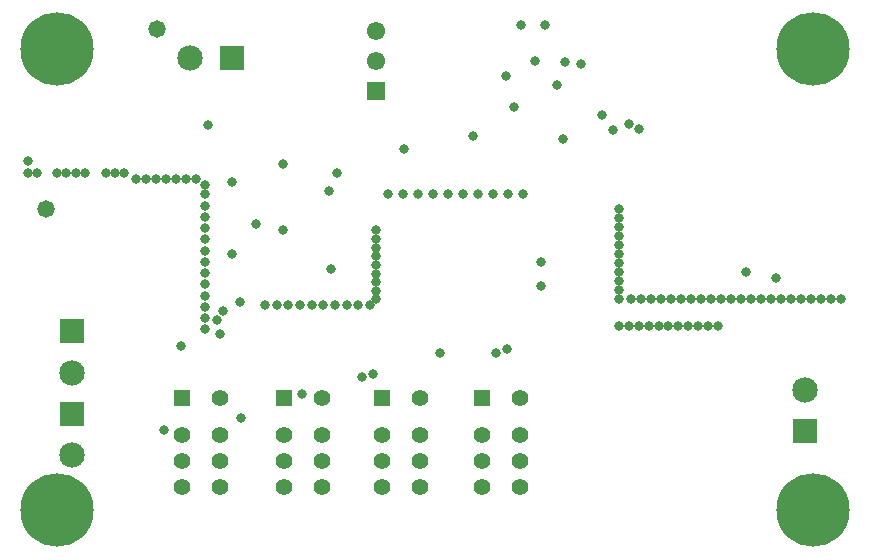
<source format=gbs>
G04*
G04 #@! TF.GenerationSoftware,Altium Limited,Altium Designer,22.2.1 (43)*
G04*
G04 Layer_Color=16711935*
%FSLAX25Y25*%
%MOIN*%
G70*
G04*
G04 #@! TF.SameCoordinates,4D9873E2-C187-445E-AA94-CFDCCC1DA697*
G04*
G04*
G04 #@! TF.FilePolarity,Negative*
G04*
G01*
G75*
%ADD59C,0.05524*%
%ADD60R,0.05524X0.05524*%
%ADD61R,0.08477X0.08477*%
%ADD62C,0.08477*%
%ADD63R,0.08477X0.08477*%
%ADD64C,0.06102*%
%ADD65R,0.06102X0.06102*%
%ADD66C,0.24422*%
%ADD80C,0.03200*%
%ADD81C,0.05800*%
D59*
X166000Y28000D02*
D03*
X153402D02*
D03*
Y36661D02*
D03*
X166000D02*
D03*
X153402Y19339D02*
D03*
X166000D02*
D03*
Y49260D02*
D03*
X120000Y19339D02*
D03*
X132598D02*
D03*
X53402Y28000D02*
D03*
X66000D02*
D03*
X87402D02*
D03*
X100000Y36661D02*
D03*
X120000D02*
D03*
X132598D02*
D03*
X66000Y49260D02*
D03*
Y36661D02*
D03*
Y19339D02*
D03*
X53402D02*
D03*
Y36661D02*
D03*
X132598Y49260D02*
D03*
Y28000D02*
D03*
X120000D02*
D03*
X100000Y49260D02*
D03*
Y28000D02*
D03*
Y19339D02*
D03*
X87402D02*
D03*
Y36661D02*
D03*
D60*
X153402Y49260D02*
D03*
X53402D02*
D03*
X120000D02*
D03*
X87402D02*
D03*
D61*
X16772Y43839D02*
D03*
Y71398D02*
D03*
X261181Y38110D02*
D03*
D62*
X16772Y57618D02*
D03*
X56102Y162598D02*
D03*
X16772Y30059D02*
D03*
X261181Y51890D02*
D03*
D63*
X69882Y162598D02*
D03*
D64*
X118110Y171417D02*
D03*
Y161417D02*
D03*
D65*
Y151417D02*
D03*
D66*
X11811Y11811D02*
D03*
Y165354D02*
D03*
X263779D02*
D03*
Y11811D02*
D03*
D80*
X216333Y82000D02*
D03*
X206333D02*
D03*
X209667D02*
D03*
X219667D02*
D03*
X223000D02*
D03*
X213000D02*
D03*
X203000D02*
D03*
X226333D02*
D03*
X229667D02*
D03*
X233000D02*
D03*
X236333D02*
D03*
X241333Y91000D02*
D03*
X251333Y89000D02*
D03*
X127000Y117000D02*
D03*
X273000Y82000D02*
D03*
X269667D02*
D03*
X266333D02*
D03*
X263000D02*
D03*
X259667D02*
D03*
X256333D02*
D03*
X246333D02*
D03*
X253000D02*
D03*
X249667D02*
D03*
X243000D02*
D03*
X239667D02*
D03*
X232000Y73000D02*
D03*
X228700D02*
D03*
X225400D02*
D03*
X222100D02*
D03*
X218800D02*
D03*
X215500D02*
D03*
X212200D02*
D03*
X208900D02*
D03*
X205600D02*
D03*
X202300D02*
D03*
X199000D02*
D03*
X2000Y128000D02*
D03*
Y124000D02*
D03*
X5000D02*
D03*
X11600D02*
D03*
X14800D02*
D03*
X18000D02*
D03*
X21000D02*
D03*
X28000D02*
D03*
X31000D02*
D03*
X34000D02*
D03*
X38000Y122000D02*
D03*
X41333D02*
D03*
X44667D02*
D03*
X48000D02*
D03*
X51333D02*
D03*
X54667D02*
D03*
X58000D02*
D03*
X61000Y120000D02*
D03*
Y117000D02*
D03*
Y113250D02*
D03*
Y109500D02*
D03*
Y105750D02*
D03*
Y98250D02*
D03*
Y102000D02*
D03*
Y94500D02*
D03*
Y90750D02*
D03*
Y87000D02*
D03*
Y83250D02*
D03*
Y79500D02*
D03*
Y75750D02*
D03*
Y72000D02*
D03*
X65000Y75000D02*
D03*
X67000Y78000D02*
D03*
X118000Y105000D02*
D03*
Y102125D02*
D03*
Y99250D02*
D03*
Y96375D02*
D03*
Y93500D02*
D03*
Y90625D02*
D03*
Y87750D02*
D03*
Y84875D02*
D03*
Y82000D02*
D03*
X116000Y80000D02*
D03*
X112111D02*
D03*
X108222D02*
D03*
X104333D02*
D03*
X100444D02*
D03*
X96556D02*
D03*
X88778D02*
D03*
X92667D02*
D03*
X84889D02*
D03*
X81000D02*
D03*
X167000Y117000D02*
D03*
X162000D02*
D03*
X157000D02*
D03*
X152000D02*
D03*
X147000D02*
D03*
X142000D02*
D03*
X137000D02*
D03*
X132000D02*
D03*
X122000D02*
D03*
X199000Y82000D02*
D03*
Y85000D02*
D03*
Y88000D02*
D03*
Y91000D02*
D03*
Y94000D02*
D03*
Y97000D02*
D03*
Y100000D02*
D03*
Y103000D02*
D03*
Y106000D02*
D03*
Y109000D02*
D03*
Y112000D02*
D03*
X87000Y105000D02*
D03*
X150500Y136500D02*
D03*
X205541Y138979D02*
D03*
X180500Y135500D02*
D03*
X202500Y140500D02*
D03*
X193500Y143500D02*
D03*
X186500Y160500D02*
D03*
X181000Y161000D02*
D03*
X178500Y153500D02*
D03*
X164000Y146000D02*
D03*
X127500Y132100D02*
D03*
X103000Y92000D02*
D03*
X102500Y118000D02*
D03*
X161500Y156500D02*
D03*
X174500Y173500D02*
D03*
X105000Y124000D02*
D03*
X166500Y173500D02*
D03*
X171000Y161500D02*
D03*
X197000Y138500D02*
D03*
X53000Y66500D02*
D03*
X173036Y86465D02*
D03*
X173000Y94500D02*
D03*
X158000Y64000D02*
D03*
X161800Y65562D02*
D03*
X117000Y57000D02*
D03*
X113500Y56000D02*
D03*
X66000Y70500D02*
D03*
X72835Y81210D02*
D03*
X139500Y64000D02*
D03*
X93500Y50500D02*
D03*
X73000Y42500D02*
D03*
X47500Y38500D02*
D03*
X62000Y140000D02*
D03*
X87000Y127000D02*
D03*
X78000Y107000D02*
D03*
X70000Y97000D02*
D03*
Y121000D02*
D03*
D81*
X7874Y112205D02*
D03*
X45000Y172000D02*
D03*
M02*

</source>
